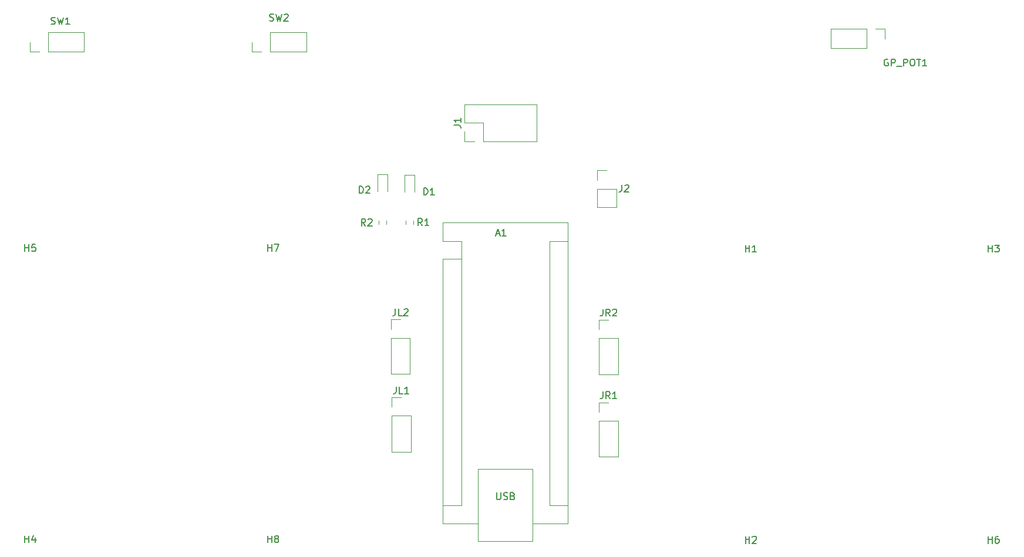
<source format=gto>
%TF.GenerationSoftware,KiCad,Pcbnew,9.0.5*%
%TF.CreationDate,2025-12-09T20:55:15+01:00*%
%TF.ProjectId,Manette drone Robotech,4d616e65-7474-4652-9064-726f6e652052,rev?*%
%TF.SameCoordinates,Original*%
%TF.FileFunction,Legend,Top*%
%TF.FilePolarity,Positive*%
%FSLAX46Y46*%
G04 Gerber Fmt 4.6, Leading zero omitted, Abs format (unit mm)*
G04 Created by KiCad (PCBNEW 9.0.5) date 2025-12-09 20:55:15*
%MOMM*%
%LPD*%
G01*
G04 APERTURE LIST*
%ADD10C,0.150000*%
%ADD11C,0.120000*%
G04 APERTURE END LIST*
D10*
X169338095Y-54804819D02*
X169338095Y-53804819D01*
X169338095Y-54281009D02*
X169909523Y-54281009D01*
X169909523Y-54804819D02*
X169909523Y-53804819D01*
X170290476Y-53804819D02*
X170909523Y-53804819D01*
X170909523Y-53804819D02*
X170576190Y-54185771D01*
X170576190Y-54185771D02*
X170719047Y-54185771D01*
X170719047Y-54185771D02*
X170814285Y-54233390D01*
X170814285Y-54233390D02*
X170861904Y-54281009D01*
X170861904Y-54281009D02*
X170909523Y-54376247D01*
X170909523Y-54376247D02*
X170909523Y-54614342D01*
X170909523Y-54614342D02*
X170861904Y-54709580D01*
X170861904Y-54709580D02*
X170814285Y-54757200D01*
X170814285Y-54757200D02*
X170719047Y-54804819D01*
X170719047Y-54804819D02*
X170433333Y-54804819D01*
X170433333Y-54804819D02*
X170338095Y-54757200D01*
X170338095Y-54757200D02*
X170290476Y-54709580D01*
X98385714Y-52169104D02*
X98861904Y-52169104D01*
X98290476Y-52454819D02*
X98623809Y-51454819D01*
X98623809Y-51454819D02*
X98957142Y-52454819D01*
X99814285Y-52454819D02*
X99242857Y-52454819D01*
X99528571Y-52454819D02*
X99528571Y-51454819D01*
X99528571Y-51454819D02*
X99433333Y-51597676D01*
X99433333Y-51597676D02*
X99338095Y-51692914D01*
X99338095Y-51692914D02*
X99242857Y-51740533D01*
X98458095Y-89514819D02*
X98458095Y-90324342D01*
X98458095Y-90324342D02*
X98505714Y-90419580D01*
X98505714Y-90419580D02*
X98553333Y-90467200D01*
X98553333Y-90467200D02*
X98648571Y-90514819D01*
X98648571Y-90514819D02*
X98839047Y-90514819D01*
X98839047Y-90514819D02*
X98934285Y-90467200D01*
X98934285Y-90467200D02*
X98981904Y-90419580D01*
X98981904Y-90419580D02*
X99029523Y-90324342D01*
X99029523Y-90324342D02*
X99029523Y-89514819D01*
X99458095Y-90467200D02*
X99600952Y-90514819D01*
X99600952Y-90514819D02*
X99839047Y-90514819D01*
X99839047Y-90514819D02*
X99934285Y-90467200D01*
X99934285Y-90467200D02*
X99981904Y-90419580D01*
X99981904Y-90419580D02*
X100029523Y-90324342D01*
X100029523Y-90324342D02*
X100029523Y-90229104D01*
X100029523Y-90229104D02*
X99981904Y-90133866D01*
X99981904Y-90133866D02*
X99934285Y-90086247D01*
X99934285Y-90086247D02*
X99839047Y-90038628D01*
X99839047Y-90038628D02*
X99648571Y-89991009D01*
X99648571Y-89991009D02*
X99553333Y-89943390D01*
X99553333Y-89943390D02*
X99505714Y-89895771D01*
X99505714Y-89895771D02*
X99458095Y-89800533D01*
X99458095Y-89800533D02*
X99458095Y-89705295D01*
X99458095Y-89705295D02*
X99505714Y-89610057D01*
X99505714Y-89610057D02*
X99553333Y-89562438D01*
X99553333Y-89562438D02*
X99648571Y-89514819D01*
X99648571Y-89514819D02*
X99886666Y-89514819D01*
X99886666Y-89514819D02*
X100029523Y-89562438D01*
X100791428Y-89991009D02*
X100934285Y-90038628D01*
X100934285Y-90038628D02*
X100981904Y-90086247D01*
X100981904Y-90086247D02*
X101029523Y-90181485D01*
X101029523Y-90181485D02*
X101029523Y-90324342D01*
X101029523Y-90324342D02*
X100981904Y-90419580D01*
X100981904Y-90419580D02*
X100934285Y-90467200D01*
X100934285Y-90467200D02*
X100839047Y-90514819D01*
X100839047Y-90514819D02*
X100458095Y-90514819D01*
X100458095Y-90514819D02*
X100458095Y-89514819D01*
X100458095Y-89514819D02*
X100791428Y-89514819D01*
X100791428Y-89514819D02*
X100886666Y-89562438D01*
X100886666Y-89562438D02*
X100934285Y-89610057D01*
X100934285Y-89610057D02*
X100981904Y-89705295D01*
X100981904Y-89705295D02*
X100981904Y-89800533D01*
X100981904Y-89800533D02*
X100934285Y-89895771D01*
X100934285Y-89895771D02*
X100886666Y-89943390D01*
X100886666Y-89943390D02*
X100791428Y-89991009D01*
X100791428Y-89991009D02*
X100458095Y-89991009D01*
X154899999Y-27002438D02*
X154804761Y-26954819D01*
X154804761Y-26954819D02*
X154661904Y-26954819D01*
X154661904Y-26954819D02*
X154519047Y-27002438D01*
X154519047Y-27002438D02*
X154423809Y-27097676D01*
X154423809Y-27097676D02*
X154376190Y-27192914D01*
X154376190Y-27192914D02*
X154328571Y-27383390D01*
X154328571Y-27383390D02*
X154328571Y-27526247D01*
X154328571Y-27526247D02*
X154376190Y-27716723D01*
X154376190Y-27716723D02*
X154423809Y-27811961D01*
X154423809Y-27811961D02*
X154519047Y-27907200D01*
X154519047Y-27907200D02*
X154661904Y-27954819D01*
X154661904Y-27954819D02*
X154757142Y-27954819D01*
X154757142Y-27954819D02*
X154899999Y-27907200D01*
X154899999Y-27907200D02*
X154947618Y-27859580D01*
X154947618Y-27859580D02*
X154947618Y-27526247D01*
X154947618Y-27526247D02*
X154757142Y-27526247D01*
X155376190Y-27954819D02*
X155376190Y-26954819D01*
X155376190Y-26954819D02*
X155757142Y-26954819D01*
X155757142Y-26954819D02*
X155852380Y-27002438D01*
X155852380Y-27002438D02*
X155899999Y-27050057D01*
X155899999Y-27050057D02*
X155947618Y-27145295D01*
X155947618Y-27145295D02*
X155947618Y-27288152D01*
X155947618Y-27288152D02*
X155899999Y-27383390D01*
X155899999Y-27383390D02*
X155852380Y-27431009D01*
X155852380Y-27431009D02*
X155757142Y-27478628D01*
X155757142Y-27478628D02*
X155376190Y-27478628D01*
X156138095Y-28050057D02*
X156899999Y-28050057D01*
X157138095Y-27954819D02*
X157138095Y-26954819D01*
X157138095Y-26954819D02*
X157519047Y-26954819D01*
X157519047Y-26954819D02*
X157614285Y-27002438D01*
X157614285Y-27002438D02*
X157661904Y-27050057D01*
X157661904Y-27050057D02*
X157709523Y-27145295D01*
X157709523Y-27145295D02*
X157709523Y-27288152D01*
X157709523Y-27288152D02*
X157661904Y-27383390D01*
X157661904Y-27383390D02*
X157614285Y-27431009D01*
X157614285Y-27431009D02*
X157519047Y-27478628D01*
X157519047Y-27478628D02*
X157138095Y-27478628D01*
X158328571Y-26954819D02*
X158519047Y-26954819D01*
X158519047Y-26954819D02*
X158614285Y-27002438D01*
X158614285Y-27002438D02*
X158709523Y-27097676D01*
X158709523Y-27097676D02*
X158757142Y-27288152D01*
X158757142Y-27288152D02*
X158757142Y-27621485D01*
X158757142Y-27621485D02*
X158709523Y-27811961D01*
X158709523Y-27811961D02*
X158614285Y-27907200D01*
X158614285Y-27907200D02*
X158519047Y-27954819D01*
X158519047Y-27954819D02*
X158328571Y-27954819D01*
X158328571Y-27954819D02*
X158233333Y-27907200D01*
X158233333Y-27907200D02*
X158138095Y-27811961D01*
X158138095Y-27811961D02*
X158090476Y-27621485D01*
X158090476Y-27621485D02*
X158090476Y-27288152D01*
X158090476Y-27288152D02*
X158138095Y-27097676D01*
X158138095Y-27097676D02*
X158233333Y-27002438D01*
X158233333Y-27002438D02*
X158328571Y-26954819D01*
X159042857Y-26954819D02*
X159614285Y-26954819D01*
X159328571Y-27954819D02*
X159328571Y-26954819D01*
X160471428Y-27954819D02*
X159900000Y-27954819D01*
X160185714Y-27954819D02*
X160185714Y-26954819D01*
X160185714Y-26954819D02*
X160090476Y-27097676D01*
X160090476Y-27097676D02*
X159995238Y-27192914D01*
X159995238Y-27192914D02*
X159900000Y-27240533D01*
X79533333Y-51004819D02*
X79200000Y-50528628D01*
X78961905Y-51004819D02*
X78961905Y-50004819D01*
X78961905Y-50004819D02*
X79342857Y-50004819D01*
X79342857Y-50004819D02*
X79438095Y-50052438D01*
X79438095Y-50052438D02*
X79485714Y-50100057D01*
X79485714Y-50100057D02*
X79533333Y-50195295D01*
X79533333Y-50195295D02*
X79533333Y-50338152D01*
X79533333Y-50338152D02*
X79485714Y-50433390D01*
X79485714Y-50433390D02*
X79438095Y-50481009D01*
X79438095Y-50481009D02*
X79342857Y-50528628D01*
X79342857Y-50528628D02*
X78961905Y-50528628D01*
X79914286Y-50100057D02*
X79961905Y-50052438D01*
X79961905Y-50052438D02*
X80057143Y-50004819D01*
X80057143Y-50004819D02*
X80295238Y-50004819D01*
X80295238Y-50004819D02*
X80390476Y-50052438D01*
X80390476Y-50052438D02*
X80438095Y-50100057D01*
X80438095Y-50100057D02*
X80485714Y-50195295D01*
X80485714Y-50195295D02*
X80485714Y-50290533D01*
X80485714Y-50290533D02*
X80438095Y-50433390D01*
X80438095Y-50433390D02*
X79866667Y-51004819D01*
X79866667Y-51004819D02*
X80485714Y-51004819D01*
X65438095Y-54704819D02*
X65438095Y-53704819D01*
X65438095Y-54181009D02*
X66009523Y-54181009D01*
X66009523Y-54704819D02*
X66009523Y-53704819D01*
X66390476Y-53704819D02*
X67057142Y-53704819D01*
X67057142Y-53704819D02*
X66628571Y-54704819D01*
X30438095Y-54704819D02*
X30438095Y-53704819D01*
X30438095Y-54181009D02*
X31009523Y-54181009D01*
X31009523Y-54704819D02*
X31009523Y-53704819D01*
X31961904Y-53704819D02*
X31485714Y-53704819D01*
X31485714Y-53704819D02*
X31438095Y-54181009D01*
X31438095Y-54181009D02*
X31485714Y-54133390D01*
X31485714Y-54133390D02*
X31580952Y-54085771D01*
X31580952Y-54085771D02*
X31819047Y-54085771D01*
X31819047Y-54085771D02*
X31914285Y-54133390D01*
X31914285Y-54133390D02*
X31961904Y-54181009D01*
X31961904Y-54181009D02*
X32009523Y-54276247D01*
X32009523Y-54276247D02*
X32009523Y-54514342D01*
X32009523Y-54514342D02*
X31961904Y-54609580D01*
X31961904Y-54609580D02*
X31914285Y-54657200D01*
X31914285Y-54657200D02*
X31819047Y-54704819D01*
X31819047Y-54704819D02*
X31580952Y-54704819D01*
X31580952Y-54704819D02*
X31485714Y-54657200D01*
X31485714Y-54657200D02*
X31438095Y-54609580D01*
X87733333Y-50967319D02*
X87400000Y-50491128D01*
X87161905Y-50967319D02*
X87161905Y-49967319D01*
X87161905Y-49967319D02*
X87542857Y-49967319D01*
X87542857Y-49967319D02*
X87638095Y-50014938D01*
X87638095Y-50014938D02*
X87685714Y-50062557D01*
X87685714Y-50062557D02*
X87733333Y-50157795D01*
X87733333Y-50157795D02*
X87733333Y-50300652D01*
X87733333Y-50300652D02*
X87685714Y-50395890D01*
X87685714Y-50395890D02*
X87638095Y-50443509D01*
X87638095Y-50443509D02*
X87542857Y-50491128D01*
X87542857Y-50491128D02*
X87161905Y-50491128D01*
X88685714Y-50967319D02*
X88114286Y-50967319D01*
X88400000Y-50967319D02*
X88400000Y-49967319D01*
X88400000Y-49967319D02*
X88304762Y-50110176D01*
X88304762Y-50110176D02*
X88209524Y-50205414D01*
X88209524Y-50205414D02*
X88114286Y-50253033D01*
X34226667Y-21907200D02*
X34369524Y-21954819D01*
X34369524Y-21954819D02*
X34607619Y-21954819D01*
X34607619Y-21954819D02*
X34702857Y-21907200D01*
X34702857Y-21907200D02*
X34750476Y-21859580D01*
X34750476Y-21859580D02*
X34798095Y-21764342D01*
X34798095Y-21764342D02*
X34798095Y-21669104D01*
X34798095Y-21669104D02*
X34750476Y-21573866D01*
X34750476Y-21573866D02*
X34702857Y-21526247D01*
X34702857Y-21526247D02*
X34607619Y-21478628D01*
X34607619Y-21478628D02*
X34417143Y-21431009D01*
X34417143Y-21431009D02*
X34321905Y-21383390D01*
X34321905Y-21383390D02*
X34274286Y-21335771D01*
X34274286Y-21335771D02*
X34226667Y-21240533D01*
X34226667Y-21240533D02*
X34226667Y-21145295D01*
X34226667Y-21145295D02*
X34274286Y-21050057D01*
X34274286Y-21050057D02*
X34321905Y-21002438D01*
X34321905Y-21002438D02*
X34417143Y-20954819D01*
X34417143Y-20954819D02*
X34655238Y-20954819D01*
X34655238Y-20954819D02*
X34798095Y-21002438D01*
X35131429Y-20954819D02*
X35369524Y-21954819D01*
X35369524Y-21954819D02*
X35560000Y-21240533D01*
X35560000Y-21240533D02*
X35750476Y-21954819D01*
X35750476Y-21954819D02*
X35988572Y-20954819D01*
X36893333Y-21954819D02*
X36321905Y-21954819D01*
X36607619Y-21954819D02*
X36607619Y-20954819D01*
X36607619Y-20954819D02*
X36512381Y-21097676D01*
X36512381Y-21097676D02*
X36417143Y-21192914D01*
X36417143Y-21192914D02*
X36321905Y-21240533D01*
X30438095Y-96704819D02*
X30438095Y-95704819D01*
X30438095Y-96181009D02*
X31009523Y-96181009D01*
X31009523Y-96704819D02*
X31009523Y-95704819D01*
X31914285Y-96038152D02*
X31914285Y-96704819D01*
X31676190Y-95657200D02*
X31438095Y-96371485D01*
X31438095Y-96371485D02*
X32057142Y-96371485D01*
X65726667Y-21407200D02*
X65869524Y-21454819D01*
X65869524Y-21454819D02*
X66107619Y-21454819D01*
X66107619Y-21454819D02*
X66202857Y-21407200D01*
X66202857Y-21407200D02*
X66250476Y-21359580D01*
X66250476Y-21359580D02*
X66298095Y-21264342D01*
X66298095Y-21264342D02*
X66298095Y-21169104D01*
X66298095Y-21169104D02*
X66250476Y-21073866D01*
X66250476Y-21073866D02*
X66202857Y-21026247D01*
X66202857Y-21026247D02*
X66107619Y-20978628D01*
X66107619Y-20978628D02*
X65917143Y-20931009D01*
X65917143Y-20931009D02*
X65821905Y-20883390D01*
X65821905Y-20883390D02*
X65774286Y-20835771D01*
X65774286Y-20835771D02*
X65726667Y-20740533D01*
X65726667Y-20740533D02*
X65726667Y-20645295D01*
X65726667Y-20645295D02*
X65774286Y-20550057D01*
X65774286Y-20550057D02*
X65821905Y-20502438D01*
X65821905Y-20502438D02*
X65917143Y-20454819D01*
X65917143Y-20454819D02*
X66155238Y-20454819D01*
X66155238Y-20454819D02*
X66298095Y-20502438D01*
X66631429Y-20454819D02*
X66869524Y-21454819D01*
X66869524Y-21454819D02*
X67060000Y-20740533D01*
X67060000Y-20740533D02*
X67250476Y-21454819D01*
X67250476Y-21454819D02*
X67488572Y-20454819D01*
X67821905Y-20550057D02*
X67869524Y-20502438D01*
X67869524Y-20502438D02*
X67964762Y-20454819D01*
X67964762Y-20454819D02*
X68202857Y-20454819D01*
X68202857Y-20454819D02*
X68298095Y-20502438D01*
X68298095Y-20502438D02*
X68345714Y-20550057D01*
X68345714Y-20550057D02*
X68393333Y-20645295D01*
X68393333Y-20645295D02*
X68393333Y-20740533D01*
X68393333Y-20740533D02*
X68345714Y-20883390D01*
X68345714Y-20883390D02*
X67774286Y-21454819D01*
X67774286Y-21454819D02*
X68393333Y-21454819D01*
X116506666Y-45129819D02*
X116506666Y-45844104D01*
X116506666Y-45844104D02*
X116459047Y-45986961D01*
X116459047Y-45986961D02*
X116363809Y-46082200D01*
X116363809Y-46082200D02*
X116220952Y-46129819D01*
X116220952Y-46129819D02*
X116125714Y-46129819D01*
X116935238Y-45225057D02*
X116982857Y-45177438D01*
X116982857Y-45177438D02*
X117078095Y-45129819D01*
X117078095Y-45129819D02*
X117316190Y-45129819D01*
X117316190Y-45129819D02*
X117411428Y-45177438D01*
X117411428Y-45177438D02*
X117459047Y-45225057D01*
X117459047Y-45225057D02*
X117506666Y-45320295D01*
X117506666Y-45320295D02*
X117506666Y-45415533D01*
X117506666Y-45415533D02*
X117459047Y-45558390D01*
X117459047Y-45558390D02*
X116887619Y-46129819D01*
X116887619Y-46129819D02*
X117506666Y-46129819D01*
X83861904Y-62994819D02*
X83861904Y-63709104D01*
X83861904Y-63709104D02*
X83814285Y-63851961D01*
X83814285Y-63851961D02*
X83719047Y-63947200D01*
X83719047Y-63947200D02*
X83576190Y-63994819D01*
X83576190Y-63994819D02*
X83480952Y-63994819D01*
X84814285Y-63994819D02*
X84338095Y-63994819D01*
X84338095Y-63994819D02*
X84338095Y-62994819D01*
X85100000Y-63090057D02*
X85147619Y-63042438D01*
X85147619Y-63042438D02*
X85242857Y-62994819D01*
X85242857Y-62994819D02*
X85480952Y-62994819D01*
X85480952Y-62994819D02*
X85576190Y-63042438D01*
X85576190Y-63042438D02*
X85623809Y-63090057D01*
X85623809Y-63090057D02*
X85671428Y-63185295D01*
X85671428Y-63185295D02*
X85671428Y-63280533D01*
X85671428Y-63280533D02*
X85623809Y-63423390D01*
X85623809Y-63423390D02*
X85052381Y-63994819D01*
X85052381Y-63994819D02*
X85671428Y-63994819D01*
X78661905Y-46317319D02*
X78661905Y-45317319D01*
X78661905Y-45317319D02*
X78900000Y-45317319D01*
X78900000Y-45317319D02*
X79042857Y-45364938D01*
X79042857Y-45364938D02*
X79138095Y-45460176D01*
X79138095Y-45460176D02*
X79185714Y-45555414D01*
X79185714Y-45555414D02*
X79233333Y-45745890D01*
X79233333Y-45745890D02*
X79233333Y-45888747D01*
X79233333Y-45888747D02*
X79185714Y-46079223D01*
X79185714Y-46079223D02*
X79138095Y-46174461D01*
X79138095Y-46174461D02*
X79042857Y-46269700D01*
X79042857Y-46269700D02*
X78900000Y-46317319D01*
X78900000Y-46317319D02*
X78661905Y-46317319D01*
X79614286Y-45412557D02*
X79661905Y-45364938D01*
X79661905Y-45364938D02*
X79757143Y-45317319D01*
X79757143Y-45317319D02*
X79995238Y-45317319D01*
X79995238Y-45317319D02*
X80090476Y-45364938D01*
X80090476Y-45364938D02*
X80138095Y-45412557D01*
X80138095Y-45412557D02*
X80185714Y-45507795D01*
X80185714Y-45507795D02*
X80185714Y-45603033D01*
X80185714Y-45603033D02*
X80138095Y-45745890D01*
X80138095Y-45745890D02*
X79566667Y-46317319D01*
X79566667Y-46317319D02*
X80185714Y-46317319D01*
X113766666Y-63034819D02*
X113766666Y-63749104D01*
X113766666Y-63749104D02*
X113719047Y-63891961D01*
X113719047Y-63891961D02*
X113623809Y-63987200D01*
X113623809Y-63987200D02*
X113480952Y-64034819D01*
X113480952Y-64034819D02*
X113385714Y-64034819D01*
X114814285Y-64034819D02*
X114480952Y-63558628D01*
X114242857Y-64034819D02*
X114242857Y-63034819D01*
X114242857Y-63034819D02*
X114623809Y-63034819D01*
X114623809Y-63034819D02*
X114719047Y-63082438D01*
X114719047Y-63082438D02*
X114766666Y-63130057D01*
X114766666Y-63130057D02*
X114814285Y-63225295D01*
X114814285Y-63225295D02*
X114814285Y-63368152D01*
X114814285Y-63368152D02*
X114766666Y-63463390D01*
X114766666Y-63463390D02*
X114719047Y-63511009D01*
X114719047Y-63511009D02*
X114623809Y-63558628D01*
X114623809Y-63558628D02*
X114242857Y-63558628D01*
X115195238Y-63130057D02*
X115242857Y-63082438D01*
X115242857Y-63082438D02*
X115338095Y-63034819D01*
X115338095Y-63034819D02*
X115576190Y-63034819D01*
X115576190Y-63034819D02*
X115671428Y-63082438D01*
X115671428Y-63082438D02*
X115719047Y-63130057D01*
X115719047Y-63130057D02*
X115766666Y-63225295D01*
X115766666Y-63225295D02*
X115766666Y-63320533D01*
X115766666Y-63320533D02*
X115719047Y-63463390D01*
X115719047Y-63463390D02*
X115147619Y-64034819D01*
X115147619Y-64034819D02*
X115766666Y-64034819D01*
X65438095Y-96704819D02*
X65438095Y-95704819D01*
X65438095Y-96181009D02*
X66009523Y-96181009D01*
X66009523Y-96704819D02*
X66009523Y-95704819D01*
X66628571Y-96133390D02*
X66533333Y-96085771D01*
X66533333Y-96085771D02*
X66485714Y-96038152D01*
X66485714Y-96038152D02*
X66438095Y-95942914D01*
X66438095Y-95942914D02*
X66438095Y-95895295D01*
X66438095Y-95895295D02*
X66485714Y-95800057D01*
X66485714Y-95800057D02*
X66533333Y-95752438D01*
X66533333Y-95752438D02*
X66628571Y-95704819D01*
X66628571Y-95704819D02*
X66819047Y-95704819D01*
X66819047Y-95704819D02*
X66914285Y-95752438D01*
X66914285Y-95752438D02*
X66961904Y-95800057D01*
X66961904Y-95800057D02*
X67009523Y-95895295D01*
X67009523Y-95895295D02*
X67009523Y-95942914D01*
X67009523Y-95942914D02*
X66961904Y-96038152D01*
X66961904Y-96038152D02*
X66914285Y-96085771D01*
X66914285Y-96085771D02*
X66819047Y-96133390D01*
X66819047Y-96133390D02*
X66628571Y-96133390D01*
X66628571Y-96133390D02*
X66533333Y-96181009D01*
X66533333Y-96181009D02*
X66485714Y-96228628D01*
X66485714Y-96228628D02*
X66438095Y-96323866D01*
X66438095Y-96323866D02*
X66438095Y-96514342D01*
X66438095Y-96514342D02*
X66485714Y-96609580D01*
X66485714Y-96609580D02*
X66533333Y-96657200D01*
X66533333Y-96657200D02*
X66628571Y-96704819D01*
X66628571Y-96704819D02*
X66819047Y-96704819D01*
X66819047Y-96704819D02*
X66914285Y-96657200D01*
X66914285Y-96657200D02*
X66961904Y-96609580D01*
X66961904Y-96609580D02*
X67009523Y-96514342D01*
X67009523Y-96514342D02*
X67009523Y-96323866D01*
X67009523Y-96323866D02*
X66961904Y-96228628D01*
X66961904Y-96228628D02*
X66914285Y-96181009D01*
X66914285Y-96181009D02*
X66819047Y-96133390D01*
X87961905Y-46554819D02*
X87961905Y-45554819D01*
X87961905Y-45554819D02*
X88200000Y-45554819D01*
X88200000Y-45554819D02*
X88342857Y-45602438D01*
X88342857Y-45602438D02*
X88438095Y-45697676D01*
X88438095Y-45697676D02*
X88485714Y-45792914D01*
X88485714Y-45792914D02*
X88533333Y-45983390D01*
X88533333Y-45983390D02*
X88533333Y-46126247D01*
X88533333Y-46126247D02*
X88485714Y-46316723D01*
X88485714Y-46316723D02*
X88438095Y-46411961D01*
X88438095Y-46411961D02*
X88342857Y-46507200D01*
X88342857Y-46507200D02*
X88200000Y-46554819D01*
X88200000Y-46554819D02*
X87961905Y-46554819D01*
X89485714Y-46554819D02*
X88914286Y-46554819D01*
X89200000Y-46554819D02*
X89200000Y-45554819D01*
X89200000Y-45554819D02*
X89104762Y-45697676D01*
X89104762Y-45697676D02*
X89009524Y-45792914D01*
X89009524Y-45792914D02*
X88914286Y-45840533D01*
X169338095Y-96804819D02*
X169338095Y-95804819D01*
X169338095Y-96281009D02*
X169909523Y-96281009D01*
X169909523Y-96804819D02*
X169909523Y-95804819D01*
X170814285Y-95804819D02*
X170623809Y-95804819D01*
X170623809Y-95804819D02*
X170528571Y-95852438D01*
X170528571Y-95852438D02*
X170480952Y-95900057D01*
X170480952Y-95900057D02*
X170385714Y-96042914D01*
X170385714Y-96042914D02*
X170338095Y-96233390D01*
X170338095Y-96233390D02*
X170338095Y-96614342D01*
X170338095Y-96614342D02*
X170385714Y-96709580D01*
X170385714Y-96709580D02*
X170433333Y-96757200D01*
X170433333Y-96757200D02*
X170528571Y-96804819D01*
X170528571Y-96804819D02*
X170719047Y-96804819D01*
X170719047Y-96804819D02*
X170814285Y-96757200D01*
X170814285Y-96757200D02*
X170861904Y-96709580D01*
X170861904Y-96709580D02*
X170909523Y-96614342D01*
X170909523Y-96614342D02*
X170909523Y-96376247D01*
X170909523Y-96376247D02*
X170861904Y-96281009D01*
X170861904Y-96281009D02*
X170814285Y-96233390D01*
X170814285Y-96233390D02*
X170719047Y-96185771D01*
X170719047Y-96185771D02*
X170528571Y-96185771D01*
X170528571Y-96185771D02*
X170433333Y-96233390D01*
X170433333Y-96233390D02*
X170385714Y-96281009D01*
X170385714Y-96281009D02*
X170338095Y-96376247D01*
X113766666Y-74954819D02*
X113766666Y-75669104D01*
X113766666Y-75669104D02*
X113719047Y-75811961D01*
X113719047Y-75811961D02*
X113623809Y-75907200D01*
X113623809Y-75907200D02*
X113480952Y-75954819D01*
X113480952Y-75954819D02*
X113385714Y-75954819D01*
X114814285Y-75954819D02*
X114480952Y-75478628D01*
X114242857Y-75954819D02*
X114242857Y-74954819D01*
X114242857Y-74954819D02*
X114623809Y-74954819D01*
X114623809Y-74954819D02*
X114719047Y-75002438D01*
X114719047Y-75002438D02*
X114766666Y-75050057D01*
X114766666Y-75050057D02*
X114814285Y-75145295D01*
X114814285Y-75145295D02*
X114814285Y-75288152D01*
X114814285Y-75288152D02*
X114766666Y-75383390D01*
X114766666Y-75383390D02*
X114719047Y-75431009D01*
X114719047Y-75431009D02*
X114623809Y-75478628D01*
X114623809Y-75478628D02*
X114242857Y-75478628D01*
X115766666Y-75954819D02*
X115195238Y-75954819D01*
X115480952Y-75954819D02*
X115480952Y-74954819D01*
X115480952Y-74954819D02*
X115385714Y-75097676D01*
X115385714Y-75097676D02*
X115290476Y-75192914D01*
X115290476Y-75192914D02*
X115195238Y-75240533D01*
X92294819Y-36503333D02*
X93009104Y-36503333D01*
X93009104Y-36503333D02*
X93151961Y-36550952D01*
X93151961Y-36550952D02*
X93247200Y-36646190D01*
X93247200Y-36646190D02*
X93294819Y-36789047D01*
X93294819Y-36789047D02*
X93294819Y-36884285D01*
X93294819Y-35503333D02*
X93294819Y-36074761D01*
X93294819Y-35789047D02*
X92294819Y-35789047D01*
X92294819Y-35789047D02*
X92437676Y-35884285D01*
X92437676Y-35884285D02*
X92532914Y-35979523D01*
X92532914Y-35979523D02*
X92580533Y-36074761D01*
X134338095Y-96804819D02*
X134338095Y-95804819D01*
X134338095Y-96281009D02*
X134909523Y-96281009D01*
X134909523Y-96804819D02*
X134909523Y-95804819D01*
X135338095Y-95900057D02*
X135385714Y-95852438D01*
X135385714Y-95852438D02*
X135480952Y-95804819D01*
X135480952Y-95804819D02*
X135719047Y-95804819D01*
X135719047Y-95804819D02*
X135814285Y-95852438D01*
X135814285Y-95852438D02*
X135861904Y-95900057D01*
X135861904Y-95900057D02*
X135909523Y-95995295D01*
X135909523Y-95995295D02*
X135909523Y-96090533D01*
X135909523Y-96090533D02*
X135861904Y-96233390D01*
X135861904Y-96233390D02*
X135290476Y-96804819D01*
X135290476Y-96804819D02*
X135909523Y-96804819D01*
X83961904Y-74234819D02*
X83961904Y-74949104D01*
X83961904Y-74949104D02*
X83914285Y-75091961D01*
X83914285Y-75091961D02*
X83819047Y-75187200D01*
X83819047Y-75187200D02*
X83676190Y-75234819D01*
X83676190Y-75234819D02*
X83580952Y-75234819D01*
X84914285Y-75234819D02*
X84438095Y-75234819D01*
X84438095Y-75234819D02*
X84438095Y-74234819D01*
X85771428Y-75234819D02*
X85200000Y-75234819D01*
X85485714Y-75234819D02*
X85485714Y-74234819D01*
X85485714Y-74234819D02*
X85390476Y-74377676D01*
X85390476Y-74377676D02*
X85295238Y-74472914D01*
X85295238Y-74472914D02*
X85200000Y-74520533D01*
X134338095Y-54804819D02*
X134338095Y-53804819D01*
X134338095Y-54281009D02*
X134909523Y-54281009D01*
X134909523Y-54804819D02*
X134909523Y-53804819D01*
X135909523Y-54804819D02*
X135338095Y-54804819D01*
X135623809Y-54804819D02*
X135623809Y-53804819D01*
X135623809Y-53804819D02*
X135528571Y-53947676D01*
X135528571Y-53947676D02*
X135433333Y-54042914D01*
X135433333Y-54042914D02*
X135338095Y-54090533D01*
D11*
%TO.C,A1*%
X90700000Y-50560000D02*
X90700000Y-53230000D01*
X90700000Y-55770000D02*
X90700000Y-94000000D01*
X90700000Y-94000000D02*
X95780000Y-94000000D01*
X93370000Y-53230000D02*
X90700000Y-53230000D01*
X93370000Y-55770000D02*
X90700000Y-55770000D01*
X93370000Y-55770000D02*
X93370000Y-53230000D01*
X93370000Y-55770000D02*
X93370000Y-91330000D01*
X93370000Y-91330000D02*
X90700000Y-91330000D01*
X95780000Y-86120000D02*
X103660000Y-86120000D01*
X95780000Y-96540000D02*
X95780000Y-86120000D01*
X103660000Y-86120000D02*
X103660000Y-96540000D01*
X103660000Y-96540000D02*
X95780000Y-96540000D01*
X106070000Y-53230000D02*
X106070000Y-91330000D01*
X106070000Y-53230000D02*
X108740000Y-53230000D01*
X106070000Y-91330000D02*
X108740000Y-91330000D01*
X108740000Y-50560000D02*
X90700000Y-50560000D01*
X108740000Y-94000000D02*
X103660000Y-94000000D01*
X108740000Y-94000000D02*
X108740000Y-50560000D01*
%TO.C,GP_POT1*%
X146640000Y-22620000D02*
X146640000Y-25380000D01*
X151830000Y-22620000D02*
X146640000Y-22620000D01*
X151830000Y-22620000D02*
X151830000Y-25380000D01*
X151830000Y-25380000D02*
X146640000Y-25380000D01*
X153100000Y-22620000D02*
X154480000Y-22620000D01*
X154480000Y-22620000D02*
X154480000Y-24000000D01*
%TO.C,R2*%
X81477500Y-50295276D02*
X81477500Y-50804724D01*
X82522500Y-50295276D02*
X82522500Y-50804724D01*
%TO.C,R1*%
X85377500Y-50257776D02*
X85377500Y-50767224D01*
X86422500Y-50257776D02*
X86422500Y-50767224D01*
%TO.C,SW1*%
X31140000Y-25880000D02*
X31140000Y-24500000D01*
X32520000Y-25880000D02*
X31140000Y-25880000D01*
X33790000Y-23120000D02*
X38980000Y-23120000D01*
X33790000Y-25880000D02*
X33790000Y-23120000D01*
X33790000Y-25880000D02*
X38980000Y-25880000D01*
X38980000Y-25880000D02*
X38980000Y-23120000D01*
%TO.C,SW2*%
X63180000Y-25880000D02*
X63180000Y-24500000D01*
X64560000Y-25880000D02*
X63180000Y-25880000D01*
X65830000Y-23120000D02*
X71020000Y-23120000D01*
X65830000Y-25880000D02*
X65830000Y-23120000D01*
X65830000Y-25880000D02*
X71020000Y-25880000D01*
X71020000Y-25880000D02*
X71020000Y-23120000D01*
%TO.C,J2*%
X112960000Y-43020000D02*
X114340000Y-43020000D01*
X112960000Y-44400000D02*
X112960000Y-43020000D01*
X112960000Y-45670000D02*
X112960000Y-48320000D01*
X112960000Y-45670000D02*
X115720000Y-45670000D01*
X112960000Y-48320000D02*
X115720000Y-48320000D01*
X115720000Y-45670000D02*
X115720000Y-48320000D01*
%TO.C,JL2*%
X83220000Y-64540000D02*
X84600000Y-64540000D01*
X83220000Y-65920000D02*
X83220000Y-64540000D01*
X83220000Y-67190000D02*
X83220000Y-72380000D01*
X83220000Y-67190000D02*
X85980000Y-67190000D01*
X83220000Y-72380000D02*
X85980000Y-72380000D01*
X85980000Y-67190000D02*
X85980000Y-72380000D01*
%TO.C,D2*%
X81265000Y-43627500D02*
X81265000Y-46087500D01*
X82735000Y-43627500D02*
X81265000Y-43627500D01*
X82735000Y-46087500D02*
X82735000Y-43627500D01*
%TO.C,JR2*%
X113220000Y-64580000D02*
X114600000Y-64580000D01*
X113220000Y-65960000D02*
X113220000Y-64580000D01*
X113220000Y-67230000D02*
X113220000Y-72420000D01*
X113220000Y-67230000D02*
X115980000Y-67230000D01*
X113220000Y-72420000D02*
X115980000Y-72420000D01*
X115980000Y-67230000D02*
X115980000Y-72420000D01*
%TO.C,D1*%
X85165000Y-43690000D02*
X85165000Y-46150000D01*
X86635000Y-43690000D02*
X85165000Y-43690000D01*
X86635000Y-46150000D02*
X86635000Y-43690000D01*
%TO.C,JR1*%
X113220000Y-76500000D02*
X114600000Y-76500000D01*
X113220000Y-77880000D02*
X113220000Y-76500000D01*
X113220000Y-79150000D02*
X113220000Y-84340000D01*
X113220000Y-79150000D02*
X115980000Y-79150000D01*
X113220000Y-84340000D02*
X115980000Y-84340000D01*
X115980000Y-79150000D02*
X115980000Y-84340000D01*
%TO.C,J1*%
X93840000Y-33520000D02*
X104220000Y-33520000D01*
X93840000Y-36170000D02*
X93840000Y-33520000D01*
X93840000Y-38820000D02*
X93840000Y-37440000D01*
X95220000Y-38820000D02*
X93840000Y-38820000D01*
X96490000Y-36170000D02*
X93840000Y-36170000D01*
X96490000Y-38820000D02*
X96490000Y-36170000D01*
X96490000Y-38820000D02*
X104220000Y-38820000D01*
X104220000Y-38820000D02*
X104220000Y-33520000D01*
%TO.C,JL1*%
X83320000Y-75780000D02*
X84700000Y-75780000D01*
X83320000Y-77160000D02*
X83320000Y-75780000D01*
X83320000Y-78430000D02*
X83320000Y-83620000D01*
X83320000Y-78430000D02*
X86080000Y-78430000D01*
X83320000Y-83620000D02*
X86080000Y-83620000D01*
X86080000Y-78430000D02*
X86080000Y-83620000D01*
%TD*%
M02*

</source>
